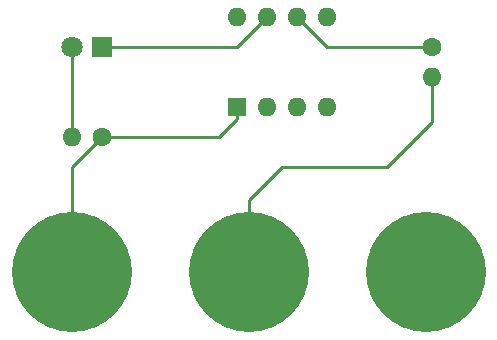
<source format=gbr>
G04 #@! TF.GenerationSoftware,KiCad,Pcbnew,(5.1.5)-2*
G04 #@! TF.CreationDate,2019-12-02T11:12:26+01:00*
G04 #@! TF.ProjectId,tutorial_1,7475746f-7269-4616-9c5f-312e6b696361,rev?*
G04 #@! TF.SameCoordinates,Original*
G04 #@! TF.FileFunction,Copper,L1,Top*
G04 #@! TF.FilePolarity,Positive*
%FSLAX46Y46*%
G04 Gerber Fmt 4.6, Leading zero omitted, Abs format (unit mm)*
G04 Created by KiCad (PCBNEW (5.1.5)-2) date 2019-12-02 11:12:26*
%MOMM*%
%LPD*%
G04 APERTURE LIST*
%ADD10R,1.800000X1.800000*%
%ADD11C,1.800000*%
%ADD12C,10.160000*%
%ADD13O,1.600000X1.600000*%
%ADD14C,1.600000*%
%ADD15R,1.600000X1.600000*%
%ADD16C,0.250000*%
G04 APERTURE END LIST*
D10*
X125730000Y-100330000D03*
D11*
X123190000Y-100330000D03*
D12*
X123190000Y-119380000D03*
X153160000Y-119380000D03*
X138180000Y-119380000D03*
D13*
X153670000Y-102870000D03*
D14*
X153670000Y-100330000D03*
X125730000Y-107950000D03*
D13*
X123190000Y-107950000D03*
D15*
X137160000Y-105410000D03*
D13*
X144780000Y-97790000D03*
X139700000Y-105410000D03*
X142240000Y-97790000D03*
X142240000Y-105410000D03*
X139700000Y-97790000D03*
X144780000Y-105410000D03*
X137160000Y-97790000D03*
D16*
X137160000Y-100330000D02*
X139700000Y-97790000D01*
X125730000Y-100330000D02*
X137160000Y-100330000D01*
X123190000Y-107950000D02*
X123190000Y-100330000D01*
X123190000Y-110490000D02*
X125730000Y-107950000D01*
X123190000Y-119380000D02*
X123190000Y-110490000D01*
X137160000Y-106460000D02*
X137160000Y-105410000D01*
X135670000Y-107950000D02*
X137160000Y-106460000D01*
X125730000Y-107950000D02*
X135670000Y-107950000D01*
X138180000Y-113280000D02*
X138180000Y-119380000D01*
X140970000Y-110490000D02*
X138180000Y-113280000D01*
X149860000Y-110490000D02*
X140970000Y-110490000D01*
X153670000Y-102870000D02*
X153670000Y-106680000D01*
X153670000Y-106680000D02*
X149860000Y-110490000D01*
X144780000Y-100330000D02*
X153670000Y-100330000D01*
X142240000Y-97790000D02*
X144780000Y-100330000D01*
M02*

</source>
